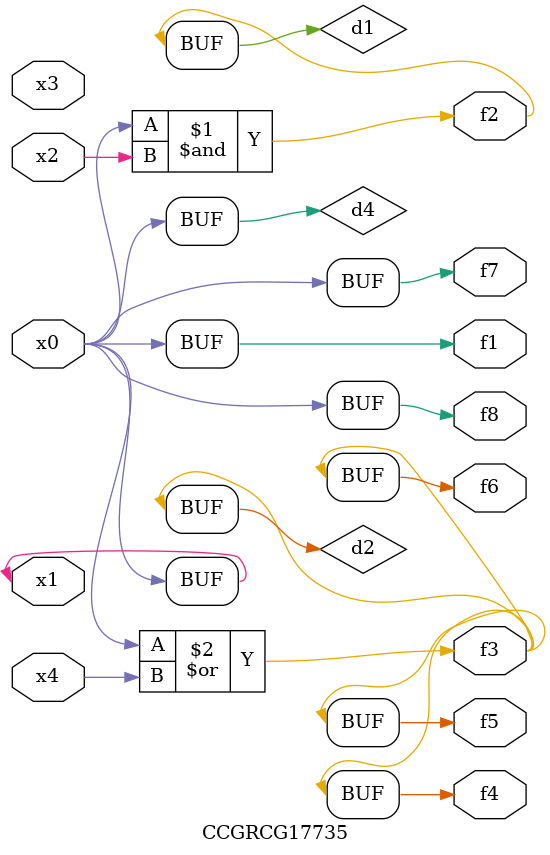
<source format=v>
module CCGRCG17735(
	input x0, x1, x2, x3, x4,
	output f1, f2, f3, f4, f5, f6, f7, f8
);

	wire d1, d2, d3, d4;

	and (d1, x0, x2);
	or (d2, x0, x4);
	nand (d3, x0, x2);
	buf (d4, x0, x1);
	assign f1 = d4;
	assign f2 = d1;
	assign f3 = d2;
	assign f4 = d2;
	assign f5 = d2;
	assign f6 = d2;
	assign f7 = d4;
	assign f8 = d4;
endmodule

</source>
